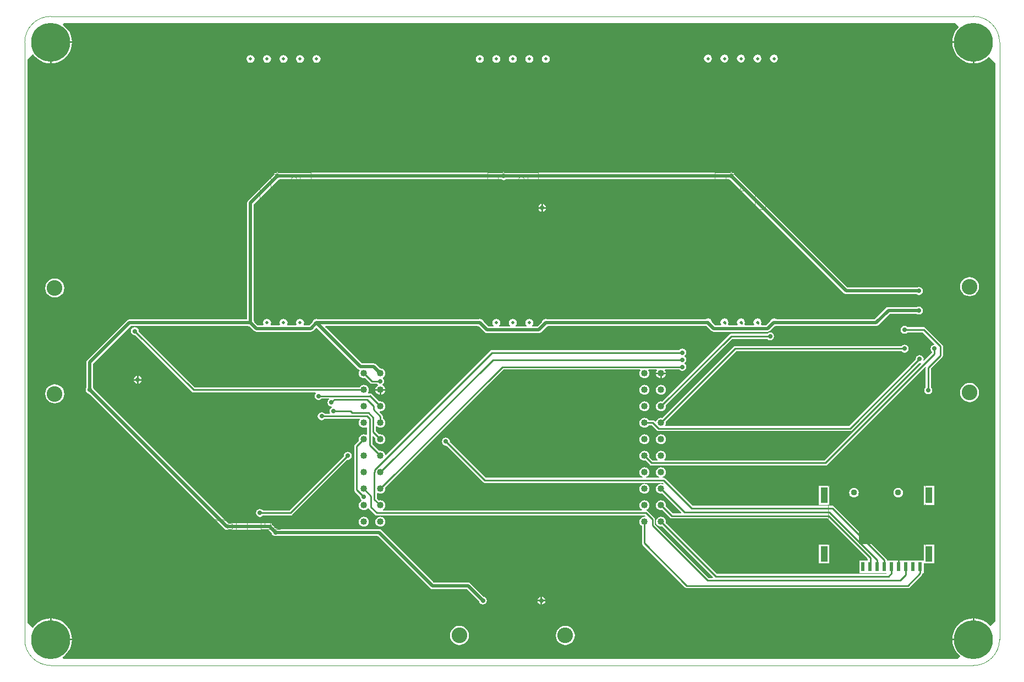
<source format=gtl>
G04*
G04 #@! TF.GenerationSoftware,Altium Limited,Altium Designer,19.1.8 (144)*
G04*
G04 Layer_Physical_Order=1*
G04 Layer_Color=255*
%FSLAX25Y25*%
%MOIN*%
G70*
G01*
G75*
%ADD10C,0.01000*%
%ADD13C,0.00394*%
%ADD14R,0.40158X0.15945*%
%ADD15C,0.00197*%
%ADD16R,0.02441X0.05512*%
%ADD17R,0.04331X0.09449*%
%ADD26C,0.01968*%
%ADD27C,0.04016*%
%ADD28C,0.01968*%
%ADD29C,0.02756*%
%ADD30C,0.09488*%
%ADD31C,0.23622*%
%ADD32C,0.03740*%
G36*
X665457Y696693D02*
X665438Y696193D01*
X665323Y696095D01*
X664013Y694561D01*
X662959Y692842D01*
X662188Y690979D01*
X661717Y689018D01*
X661598Y687508D01*
X674409D01*
Y687008D01*
X674909D01*
Y674197D01*
X676420Y674315D01*
X678380Y674786D01*
X680243Y675558D01*
X681963Y676612D01*
X683496Y677921D01*
X683595Y678036D01*
X684094Y678056D01*
X687795Y674355D01*
X687795Y336166D01*
X684689Y333059D01*
X684189Y333079D01*
X683496Y333890D01*
X681963Y335199D01*
X680243Y336253D01*
X678380Y337025D01*
X676420Y337496D01*
X674909Y337614D01*
Y324803D01*
X674409D01*
Y324303D01*
X661598D01*
X661717Y322793D01*
X662188Y320832D01*
X662959Y318969D01*
X664013Y317250D01*
X665323Y315716D01*
X666134Y315024D01*
X666153Y314524D01*
X664567Y312937D01*
X123228D01*
X122481Y313685D01*
X122540Y314181D01*
X122908Y314407D01*
X124441Y315716D01*
X125751Y317250D01*
X126804Y318969D01*
X127576Y320832D01*
X128047Y322793D01*
X128166Y324303D01*
X115354D01*
Y324803D01*
X114854D01*
Y337614D01*
X113344Y337496D01*
X111383Y337025D01*
X109520Y336253D01*
X107801Y335199D01*
X106268Y333890D01*
X104958Y332357D01*
X104733Y331989D01*
X104236Y331930D01*
X101181Y334985D01*
Y676323D01*
X104427Y679569D01*
X104847Y679520D01*
X104986Y679421D01*
X106268Y677921D01*
X107801Y676612D01*
X109520Y675558D01*
X111383Y674786D01*
X113344Y674315D01*
X114854Y674197D01*
Y687008D01*
X115354D01*
Y687508D01*
X128166D01*
X128047Y689018D01*
X127576Y690979D01*
X126804Y692842D01*
X125751Y694561D01*
X124441Y696095D01*
X122941Y697376D01*
X122843Y697515D01*
X122793Y697935D01*
X123622Y698764D01*
X663386D01*
X665457Y696693D01*
D02*
G37*
%LPC*%
G36*
X553543Y679590D02*
X552615Y679405D01*
X551829Y678880D01*
X551303Y678093D01*
X551119Y677165D01*
X551303Y676237D01*
X551829Y675451D01*
X552615Y674925D01*
X553543Y674741D01*
X554471Y674925D01*
X555258Y675451D01*
X555783Y676237D01*
X555968Y677165D01*
X555783Y678093D01*
X555258Y678880D01*
X554471Y679405D01*
X553543Y679590D01*
D02*
G37*
G36*
X543543D02*
X542616Y679405D01*
X541829Y678880D01*
X541303Y678093D01*
X541119Y677165D01*
X541303Y676237D01*
X541829Y675451D01*
X542616Y674925D01*
X543543Y674741D01*
X544471Y674925D01*
X545258Y675451D01*
X545783Y676237D01*
X545968Y677165D01*
X545783Y678093D01*
X545258Y678880D01*
X544471Y679405D01*
X543543Y679590D01*
D02*
G37*
G36*
X533543D02*
X532616Y679405D01*
X531829Y678880D01*
X531303Y678093D01*
X531119Y677165D01*
X531303Y676237D01*
X531829Y675451D01*
X532616Y674925D01*
X533543Y674741D01*
X534471Y674925D01*
X535258Y675451D01*
X535783Y676237D01*
X535968Y677165D01*
X535783Y678093D01*
X535258Y678880D01*
X534471Y679405D01*
X533543Y679590D01*
D02*
G37*
G36*
X523543D02*
X522615Y679405D01*
X521829Y678880D01*
X521303Y678093D01*
X521119Y677165D01*
X521303Y676237D01*
X521829Y675451D01*
X522615Y674925D01*
X523543Y674741D01*
X524471Y674925D01*
X525258Y675451D01*
X525783Y676237D01*
X525968Y677165D01*
X525783Y678093D01*
X525258Y678880D01*
X524471Y679405D01*
X523543Y679590D01*
D02*
G37*
G36*
X513543D02*
X512615Y679405D01*
X511829Y678880D01*
X511303Y678093D01*
X511119Y677165D01*
X511303Y676237D01*
X511829Y675451D01*
X512615Y674925D01*
X513543Y674741D01*
X514471Y674925D01*
X515258Y675451D01*
X515783Y676237D01*
X515968Y677165D01*
X515783Y678093D01*
X515258Y678880D01*
X514471Y679405D01*
X513543Y679590D01*
D02*
G37*
G36*
X415354Y679354D02*
X414427Y679169D01*
X413640Y678644D01*
X413114Y677857D01*
X412930Y676929D01*
X413114Y676001D01*
X413640Y675215D01*
X414427Y674689D01*
X415354Y674505D01*
X416282Y674689D01*
X417069Y675215D01*
X417594Y676001D01*
X417779Y676929D01*
X417594Y677857D01*
X417069Y678644D01*
X416282Y679169D01*
X415354Y679354D01*
D02*
G37*
G36*
X405354D02*
X404426Y679169D01*
X403640Y678644D01*
X403114Y677857D01*
X402930Y676929D01*
X403114Y676001D01*
X403640Y675215D01*
X404426Y674689D01*
X405354Y674505D01*
X406282Y674689D01*
X407069Y675215D01*
X407594Y676001D01*
X407779Y676929D01*
X407594Y677857D01*
X407069Y678644D01*
X406282Y679169D01*
X405354Y679354D01*
D02*
G37*
G36*
X395354D02*
X394426Y679169D01*
X393640Y678644D01*
X393114Y677857D01*
X392930Y676929D01*
X393114Y676001D01*
X393640Y675215D01*
X394426Y674689D01*
X395354Y674505D01*
X396282Y674689D01*
X397069Y675215D01*
X397594Y676001D01*
X397779Y676929D01*
X397594Y677857D01*
X397069Y678644D01*
X396282Y679169D01*
X395354Y679354D01*
D02*
G37*
G36*
X385354D02*
X384426Y679169D01*
X383640Y678644D01*
X383114Y677857D01*
X382930Y676929D01*
X383114Y676001D01*
X383640Y675215D01*
X384426Y674689D01*
X385354Y674505D01*
X386282Y674689D01*
X387069Y675215D01*
X387594Y676001D01*
X387779Y676929D01*
X387594Y677857D01*
X387069Y678644D01*
X386282Y679169D01*
X385354Y679354D01*
D02*
G37*
G36*
X375354D02*
X374427Y679169D01*
X373640Y678644D01*
X373114Y677857D01*
X372930Y676929D01*
X373114Y676001D01*
X373640Y675215D01*
X374427Y674689D01*
X375354Y674505D01*
X376282Y674689D01*
X377069Y675215D01*
X377594Y676001D01*
X377779Y676929D01*
X377594Y677857D01*
X377069Y678644D01*
X376282Y679169D01*
X375354Y679354D01*
D02*
G37*
G36*
X276378D02*
X275450Y679169D01*
X274663Y678644D01*
X274138Y677857D01*
X273953Y676929D01*
X274138Y676001D01*
X274663Y675215D01*
X275450Y674689D01*
X276378Y674505D01*
X277306Y674689D01*
X278092Y675215D01*
X278618Y676001D01*
X278802Y676929D01*
X278618Y677857D01*
X278092Y678644D01*
X277306Y679169D01*
X276378Y679354D01*
D02*
G37*
G36*
X266378D02*
X265450Y679169D01*
X264664Y678644D01*
X264138Y677857D01*
X263953Y676929D01*
X264138Y676001D01*
X264664Y675215D01*
X265450Y674689D01*
X266378Y674505D01*
X267306Y674689D01*
X268092Y675215D01*
X268618Y676001D01*
X268802Y676929D01*
X268618Y677857D01*
X268092Y678644D01*
X267306Y679169D01*
X266378Y679354D01*
D02*
G37*
G36*
X256378D02*
X255450Y679169D01*
X254663Y678644D01*
X254138Y677857D01*
X253953Y676929D01*
X254138Y676001D01*
X254663Y675215D01*
X255450Y674689D01*
X256378Y674505D01*
X257306Y674689D01*
X258092Y675215D01*
X258618Y676001D01*
X258803Y676929D01*
X258618Y677857D01*
X258092Y678644D01*
X257306Y679169D01*
X256378Y679354D01*
D02*
G37*
G36*
X246378D02*
X245450Y679169D01*
X244664Y678644D01*
X244138Y677857D01*
X243953Y676929D01*
X244138Y676001D01*
X244664Y675215D01*
X245450Y674689D01*
X246378Y674505D01*
X247306Y674689D01*
X248092Y675215D01*
X248618Y676001D01*
X248802Y676929D01*
X248618Y677857D01*
X248092Y678644D01*
X247306Y679169D01*
X246378Y679354D01*
D02*
G37*
G36*
X236378D02*
X235450Y679169D01*
X234664Y678644D01*
X234138Y677857D01*
X233953Y676929D01*
X234138Y676001D01*
X234664Y675215D01*
X235450Y674689D01*
X236378Y674505D01*
X237306Y674689D01*
X238092Y675215D01*
X238618Y676001D01*
X238803Y676929D01*
X238618Y677857D01*
X238092Y678644D01*
X237306Y679169D01*
X236378Y679354D01*
D02*
G37*
G36*
X673910Y686508D02*
X661598D01*
X661717Y684998D01*
X662188Y683037D01*
X662959Y681174D01*
X664013Y679455D01*
X665323Y677921D01*
X666856Y676612D01*
X668575Y675558D01*
X670438Y674786D01*
X672399Y674315D01*
X673910Y674197D01*
Y686508D01*
D02*
G37*
G36*
X128166D02*
X115854D01*
Y674197D01*
X117365Y674315D01*
X119325Y674786D01*
X121188Y675558D01*
X122908Y676612D01*
X124441Y677921D01*
X125751Y679455D01*
X126804Y681174D01*
X127576Y683037D01*
X128047Y684998D01*
X128166Y686508D01*
D02*
G37*
G36*
X527559Y608330D02*
X526631Y608146D01*
X526307Y607929D01*
X391016D01*
X390692Y608146D01*
X389764Y608330D01*
X388836Y608146D01*
X388511Y607929D01*
X254008D01*
X253684Y608146D01*
X252756Y608330D01*
X251828Y608146D01*
X251042Y607620D01*
X250516Y606833D01*
X250440Y606451D01*
X234947Y590958D01*
X234509Y590302D01*
X234355Y589528D01*
Y518952D01*
X162992D01*
X162218Y518798D01*
X161562Y518360D01*
X137546Y494344D01*
X137107Y493688D01*
X136953Y492913D01*
Y477630D01*
X136736Y477306D01*
X136552Y476378D01*
X136736Y475450D01*
X137262Y474663D01*
X138049Y474138D01*
X138431Y474062D01*
X220617Y391877D01*
X221273Y391438D01*
X222047Y391284D01*
X247194D01*
X249259Y389219D01*
X249335Y388836D01*
X249860Y388049D01*
X250647Y387524D01*
X251575Y387339D01*
X252503Y387524D01*
X252827Y387741D01*
X313365D01*
X345178Y355928D01*
X345835Y355489D01*
X346609Y355335D01*
X367394D01*
X374849Y347880D01*
X374925Y347497D01*
X375451Y346711D01*
X376238Y346185D01*
X377165Y346001D01*
X378093Y346185D01*
X378880Y346711D01*
X379405Y347497D01*
X379590Y348425D01*
X379405Y349353D01*
X378880Y350140D01*
X378093Y350665D01*
X377710Y350741D01*
X369663Y358789D01*
X369006Y359227D01*
X368232Y359381D01*
X347447D01*
X315634Y391194D01*
X314978Y391633D01*
X314203Y391787D01*
X252827D01*
X252503Y392004D01*
X252120Y392080D01*
X249462Y394738D01*
X248806Y395176D01*
X248031Y395330D01*
X222885D01*
X141293Y476923D01*
X141216Y477306D01*
X140999Y477630D01*
Y492075D01*
X163830Y514906D01*
X235126D01*
X235450Y514689D01*
X235833Y514613D01*
X238491Y511955D01*
X239147Y511517D01*
X239921Y511363D01*
X272835D01*
X273609Y511517D01*
X274265Y511955D01*
X276378Y514068D01*
X301664Y488782D01*
X302272Y488376D01*
X302376Y488241D01*
X302515Y487872D01*
X302412Y487737D01*
X302109Y487006D01*
X302006Y486221D01*
X302109Y485435D01*
X302412Y484704D01*
X302894Y484075D01*
X303522Y483593D01*
X304254Y483290D01*
X305039Y483187D01*
X305809Y483288D01*
X308722Y480375D01*
X309218Y480044D01*
X309803Y479927D01*
X310001Y479967D01*
X313123D01*
X313246Y479782D01*
X313715Y479469D01*
X313659Y478904D01*
X313523Y478848D01*
X312894Y478366D01*
X312412Y477737D01*
X312109Y477006D01*
X312071Y476721D01*
X315039D01*
X318007D01*
X317970Y477006D01*
X317667Y477737D01*
X317185Y478366D01*
X316556Y478848D01*
X316322Y478945D01*
X316267Y479509D01*
X316675Y479782D01*
X317201Y480568D01*
X317385Y481496D01*
X317201Y482424D01*
X316732Y483125D01*
X316683Y483257D01*
X316764Y483752D01*
X317185Y484075D01*
X317667Y484704D01*
X317970Y485435D01*
X318073Y486221D01*
X317970Y487006D01*
X317667Y487737D01*
X317185Y488366D01*
X316556Y488848D01*
X315825Y489151D01*
X315039Y489254D01*
X314887Y489234D01*
X312478Y491643D01*
X311822Y492082D01*
X311047Y492236D01*
X303932D01*
X281724Y514444D01*
X281915Y514906D01*
X374102D01*
X374427Y514689D01*
X374809Y514613D01*
X378255Y511168D01*
X378911Y510729D01*
X379685Y510575D01*
X411024D01*
X411798Y510729D01*
X412454Y511168D01*
X415899Y514613D01*
X416282Y514689D01*
X416607Y514906D01*
X512627D01*
X515577Y511955D01*
X516234Y511517D01*
X517008Y511363D01*
X549606D01*
X550381Y511517D01*
X551037Y511955D01*
X553892Y514810D01*
X554374Y514906D01*
X615354D01*
X616128Y515060D01*
X616785Y515499D01*
X623673Y522386D01*
X640086D01*
X640411Y522169D01*
X641339Y521985D01*
X642266Y522169D01*
X643053Y522695D01*
X643579Y523482D01*
X643763Y524409D01*
X643579Y525337D01*
X643053Y526124D01*
X642266Y526649D01*
X641339Y526834D01*
X640411Y526649D01*
X640086Y526433D01*
X622835D01*
X622060Y526279D01*
X621404Y525840D01*
X614516Y518952D01*
X555149D01*
X554471Y519405D01*
X553543Y519590D01*
X552615Y519405D01*
X551829Y518880D01*
X551303Y518093D01*
X551266Y517907D01*
X548768Y515409D01*
X545831D01*
X545564Y515909D01*
X545783Y516237D01*
X545968Y517165D01*
X545783Y518093D01*
X545258Y518880D01*
X544471Y519405D01*
X543543Y519590D01*
X542616Y519405D01*
X541829Y518880D01*
X541303Y518093D01*
X541119Y517165D01*
X541303Y516237D01*
X541523Y515909D01*
X541256Y515409D01*
X535831D01*
X535564Y515909D01*
X535783Y516237D01*
X535968Y517165D01*
X535783Y518093D01*
X535258Y518880D01*
X534471Y519405D01*
X533543Y519590D01*
X532616Y519405D01*
X531829Y518880D01*
X531303Y518093D01*
X531119Y517165D01*
X531303Y516237D01*
X531523Y515909D01*
X531256Y515409D01*
X525831D01*
X525564Y515909D01*
X525783Y516237D01*
X525968Y517165D01*
X525783Y518093D01*
X525258Y518880D01*
X524471Y519405D01*
X523543Y519590D01*
X522615Y519405D01*
X521829Y518880D01*
X521303Y518093D01*
X521119Y517165D01*
X521303Y516237D01*
X521523Y515909D01*
X521256Y515409D01*
X517846D01*
X515938Y517317D01*
X515783Y518093D01*
X515258Y518880D01*
X514471Y519405D01*
X513543Y519590D01*
X512615Y519405D01*
X511937Y518952D01*
X416607D01*
X416282Y519169D01*
X415354Y519354D01*
X414427Y519169D01*
X413640Y518644D01*
X413114Y517857D01*
X413038Y517474D01*
X410186Y514622D01*
X407081D01*
X406929Y515122D01*
X407069Y515215D01*
X407594Y516001D01*
X407779Y516929D01*
X407594Y517857D01*
X407069Y518644D01*
X406282Y519169D01*
X405354Y519354D01*
X404426Y519169D01*
X403640Y518644D01*
X403114Y517857D01*
X402930Y516929D01*
X403114Y516001D01*
X403640Y515215D01*
X403779Y515122D01*
X403628Y514622D01*
X397081D01*
X396929Y515122D01*
X397069Y515215D01*
X397594Y516001D01*
X397779Y516929D01*
X397594Y517857D01*
X397069Y518644D01*
X396282Y519169D01*
X395354Y519354D01*
X394426Y519169D01*
X393640Y518644D01*
X393114Y517857D01*
X392930Y516929D01*
X393114Y516001D01*
X393640Y515215D01*
X393779Y515122D01*
X393628Y514622D01*
X387081D01*
X386929Y515122D01*
X387069Y515215D01*
X387594Y516001D01*
X387779Y516929D01*
X387594Y517857D01*
X387069Y518644D01*
X386282Y519169D01*
X385354Y519354D01*
X384426Y519169D01*
X383640Y518644D01*
X383114Y517857D01*
X382930Y516929D01*
X383114Y516001D01*
X383640Y515215D01*
X383779Y515122D01*
X383628Y514622D01*
X380523D01*
X377671Y517474D01*
X377594Y517857D01*
X377069Y518644D01*
X376282Y519169D01*
X375354Y519354D01*
X374427Y519169D01*
X374102Y518952D01*
X277630D01*
X277306Y519169D01*
X276378Y519354D01*
X275450Y519169D01*
X274663Y518644D01*
X274138Y517857D01*
X274062Y517474D01*
X271997Y515409D01*
X268753D01*
X268517Y515850D01*
X268618Y516001D01*
X268802Y516929D01*
X268618Y517857D01*
X268092Y518644D01*
X267306Y519169D01*
X266378Y519354D01*
X265450Y519169D01*
X264664Y518644D01*
X264138Y517857D01*
X263953Y516929D01*
X264138Y516001D01*
X264239Y515850D01*
X264003Y515409D01*
X258752D01*
X258517Y515850D01*
X258618Y516001D01*
X258803Y516929D01*
X258618Y517857D01*
X258092Y518644D01*
X257306Y519169D01*
X256378Y519354D01*
X255450Y519169D01*
X254663Y518644D01*
X254138Y517857D01*
X253953Y516929D01*
X254138Y516001D01*
X254239Y515850D01*
X254003Y515409D01*
X248752D01*
X248517Y515850D01*
X248618Y516001D01*
X248802Y516929D01*
X248618Y517857D01*
X248092Y518644D01*
X247306Y519169D01*
X246378Y519354D01*
X245450Y519169D01*
X244664Y518644D01*
X244138Y517857D01*
X243953Y516929D01*
X244138Y516001D01*
X244239Y515850D01*
X244003Y515409D01*
X240759D01*
X238694Y517474D01*
X238618Y517857D01*
X238401Y518182D01*
Y588690D01*
X253301Y603589D01*
X253684Y603665D01*
X254008Y603882D01*
X388511D01*
X388836Y603665D01*
X389764Y603481D01*
X390692Y603665D01*
X391016Y603882D01*
X526307D01*
X526631Y603665D01*
X527014Y603589D01*
X595814Y534790D01*
X596470Y534351D01*
X597244Y534197D01*
X640086D01*
X640411Y533981D01*
X641339Y533796D01*
X642266Y533981D01*
X643053Y534506D01*
X643579Y535293D01*
X643763Y536221D01*
X643579Y537148D01*
X643053Y537935D01*
X642266Y538460D01*
X641339Y538645D01*
X640411Y538460D01*
X640086Y538244D01*
X598082D01*
X529875Y606451D01*
X529799Y606833D01*
X529274Y607620D01*
X528487Y608146D01*
X527559Y608330D01*
D02*
G37*
G36*
X413492Y588939D02*
Y587114D01*
X415317D01*
X415232Y587542D01*
X414707Y588329D01*
X413920Y588854D01*
X413492Y588939D01*
D02*
G37*
G36*
X412492D02*
X412064Y588854D01*
X411278Y588329D01*
X410752Y587542D01*
X410667Y587114D01*
X412492D01*
Y588939D01*
D02*
G37*
G36*
X415317Y586114D02*
X413492D01*
Y584289D01*
X413920Y584374D01*
X414707Y584900D01*
X415232Y585686D01*
X415317Y586114D01*
D02*
G37*
G36*
X412492D02*
X410667D01*
X410752Y585686D01*
X411278Y584900D01*
X412064Y584374D01*
X412492Y584289D01*
Y586114D01*
D02*
G37*
G36*
X671969Y544573D02*
X670469Y544376D01*
X669072Y543797D01*
X667872Y542876D01*
X666951Y541676D01*
X666372Y540279D01*
X666175Y538779D01*
X666372Y537280D01*
X666951Y535883D01*
X667872Y534683D01*
X669072Y533762D01*
X670469Y533183D01*
X671969Y532986D01*
X673468Y533183D01*
X674865Y533762D01*
X676065Y534683D01*
X676986Y535883D01*
X677565Y537280D01*
X677762Y538779D01*
X677565Y540279D01*
X676986Y541676D01*
X676065Y542876D01*
X674865Y543797D01*
X673468Y544376D01*
X671969Y544573D01*
D02*
G37*
G36*
X117795Y543786D02*
X116296Y543588D01*
X114899Y543010D01*
X113698Y542089D01*
X112778Y540889D01*
X112199Y539492D01*
X112002Y537992D01*
X112199Y536493D01*
X112778Y535095D01*
X113698Y533895D01*
X114899Y532975D01*
X116296Y532396D01*
X117795Y532198D01*
X119295Y532396D01*
X120692Y532975D01*
X121892Y533895D01*
X122813Y535095D01*
X123391Y536493D01*
X123589Y537992D01*
X123391Y539492D01*
X122813Y540889D01*
X121892Y542089D01*
X120692Y543010D01*
X119295Y543588D01*
X117795Y543786D01*
D02*
G37*
G36*
X551181Y511086D02*
X550253Y510901D01*
X549467Y510376D01*
X549343Y510191D01*
X527480D01*
X526895Y510074D01*
X526399Y509743D01*
X485809Y469153D01*
X485039Y469254D01*
X484254Y469151D01*
X483523Y468848D01*
X482894Y468366D01*
X482412Y467737D01*
X482109Y467006D01*
X482006Y466221D01*
X482109Y465435D01*
X482412Y464704D01*
X482894Y464075D01*
X483523Y463593D01*
X484254Y463290D01*
X485039Y463187D01*
X485825Y463290D01*
X486556Y463593D01*
X487185Y464075D01*
X487667Y464704D01*
X487970Y465435D01*
X488073Y466221D01*
X487972Y466990D01*
X528114Y507132D01*
X549343D01*
X549467Y506947D01*
X550253Y506421D01*
X551181Y506237D01*
X552109Y506421D01*
X552895Y506947D01*
X553421Y507734D01*
X553606Y508661D01*
X553421Y509589D01*
X552895Y510376D01*
X552109Y510901D01*
X551181Y511086D01*
D02*
G37*
G36*
X632677Y515121D02*
X631749Y514937D01*
X630963Y514411D01*
X630437Y513625D01*
X630253Y512697D01*
X630437Y511769D01*
X630963Y510982D01*
X631749Y510457D01*
X632677Y510272D01*
X633605Y510457D01*
X634392Y510982D01*
X634515Y511167D01*
X643658D01*
X650739Y504086D01*
X650558Y503560D01*
X649860Y503421D01*
X649073Y502895D01*
X648547Y502109D01*
X648363Y501181D01*
X648547Y500253D01*
X649073Y499467D01*
X649258Y499343D01*
Y498665D01*
X644466Y493873D01*
X644005Y494119D01*
X644157Y494882D01*
X643972Y495810D01*
X643447Y496596D01*
X642660Y497122D01*
X641732Y497306D01*
X640804Y497122D01*
X640018Y496596D01*
X639492Y495810D01*
X639308Y494882D01*
X639351Y494664D01*
X598930Y454242D01*
X487878D01*
X487810Y454379D01*
X487683Y454742D01*
X487970Y455435D01*
X488073Y456220D01*
X487972Y456990D01*
X530633Y499652D01*
X630839D01*
X630963Y499467D01*
X631749Y498941D01*
X632677Y498757D01*
X633605Y498941D01*
X634392Y499467D01*
X634917Y500253D01*
X635102Y501181D01*
X634917Y502109D01*
X634392Y502895D01*
X633605Y503421D01*
X632677Y503606D01*
X631749Y503421D01*
X630963Y502895D01*
X630839Y502710D01*
X530000D01*
X529415Y502594D01*
X528919Y502262D01*
X485809Y459153D01*
X485039Y459254D01*
X484254Y459151D01*
X483523Y458848D01*
X482894Y458366D01*
X482412Y457737D01*
X482125Y457044D01*
X481778Y456878D01*
X481633Y456828D01*
X481160Y457302D01*
X480664Y457633D01*
X480079Y457750D01*
X477657D01*
X477185Y458366D01*
X476556Y458848D01*
X475825Y459151D01*
X475039Y459254D01*
X474254Y459151D01*
X473523Y458848D01*
X472894Y458366D01*
X472412Y457737D01*
X472109Y457006D01*
X472006Y456220D01*
X472109Y455435D01*
X472412Y454704D01*
X472894Y454075D01*
X473523Y453593D01*
X474254Y453290D01*
X475039Y453187D01*
X475825Y453290D01*
X476556Y453593D01*
X477185Y454075D01*
X477657Y454691D01*
X479445D01*
X482505Y451631D01*
X483001Y451300D01*
X483586Y451183D01*
X599563D01*
X600148Y451300D01*
X600644Y451631D01*
X641514Y492501D01*
X641732Y492457D01*
X642495Y492609D01*
X642741Y492148D01*
X584012Y433419D01*
X487151D01*
X486981Y433919D01*
X487185Y434075D01*
X487667Y434704D01*
X487970Y435435D01*
X488073Y436221D01*
X487970Y437006D01*
X487667Y437737D01*
X487185Y438366D01*
X486556Y438848D01*
X485825Y439151D01*
X485039Y439254D01*
X484254Y439151D01*
X483523Y438848D01*
X482894Y438366D01*
X482412Y437737D01*
X482109Y437006D01*
X482006Y436221D01*
X482109Y435435D01*
X482412Y434704D01*
X482894Y434075D01*
X483098Y433919D01*
X482928Y433419D01*
X480004D01*
X477972Y435451D01*
X478073Y436221D01*
X477970Y437006D01*
X477667Y437737D01*
X477185Y438366D01*
X476556Y438848D01*
X475825Y439151D01*
X475039Y439254D01*
X474254Y439151D01*
X473523Y438848D01*
X472894Y438366D01*
X472412Y437737D01*
X472109Y437006D01*
X472006Y436221D01*
X472109Y435435D01*
X472412Y434704D01*
X472894Y434075D01*
X473523Y433593D01*
X474254Y433290D01*
X475039Y433187D01*
X475809Y433288D01*
X478289Y430808D01*
X478785Y430477D01*
X479370Y430360D01*
X584646D01*
X585231Y430477D01*
X585727Y430808D01*
X645015Y490096D01*
X645476Y489850D01*
X645419Y489567D01*
Y477822D01*
X645234Y477699D01*
X644709Y476912D01*
X644524Y475984D01*
X644709Y475056D01*
X645234Y474270D01*
X646021Y473744D01*
X646949Y473560D01*
X647877Y473744D01*
X648663Y474270D01*
X649189Y475056D01*
X649373Y475984D01*
X649189Y476912D01*
X648663Y477699D01*
X648478Y477822D01*
Y488933D01*
X655412Y495867D01*
X655744Y496364D01*
X655860Y496949D01*
Y502658D01*
X655744Y503243D01*
X655412Y503739D01*
X645373Y513778D01*
X644877Y514110D01*
X644291Y514226D01*
X634515D01*
X634392Y514411D01*
X633605Y514937D01*
X632677Y515121D01*
D02*
G37*
G36*
X166339Y514236D02*
X165411Y514051D01*
X164624Y513525D01*
X164099Y512739D01*
X163914Y511811D01*
X164099Y510883D01*
X164624Y510097D01*
X165411Y509571D01*
X166339Y509386D01*
X166557Y509430D01*
X200848Y475139D01*
X201344Y474808D01*
X201929Y474691D01*
X275746D01*
X275898Y474191D01*
X275845Y474155D01*
X275319Y473369D01*
X275134Y472441D01*
X275319Y471513D01*
X275845Y470726D01*
X276631Y470201D01*
X277559Y470016D01*
X278487Y470201D01*
X279274Y470726D01*
X279397Y470912D01*
X283856D01*
X284008Y470411D01*
X283719Y470218D01*
X283193Y469432D01*
X283009Y468504D01*
X283193Y467576D01*
X283719Y466789D01*
X284505Y466264D01*
X285433Y466079D01*
X285576Y466108D01*
X285686Y465626D01*
X284900Y465100D01*
X284374Y464314D01*
X284190Y463386D01*
X284374Y462458D01*
X284542Y462207D01*
X284307Y461766D01*
X281366D01*
X281242Y461951D01*
X280455Y462476D01*
X279528Y462661D01*
X278600Y462476D01*
X277813Y461951D01*
X277288Y461164D01*
X277103Y460236D01*
X277288Y459308D01*
X277813Y458522D01*
X278600Y457996D01*
X279528Y457812D01*
X280455Y457996D01*
X281242Y458522D01*
X281366Y458707D01*
X302561D01*
X302772Y458207D01*
X302412Y457737D01*
X302109Y457006D01*
X302006Y456220D01*
X302109Y455435D01*
X302412Y454704D01*
X302894Y454075D01*
X303522Y453593D01*
X304254Y453290D01*
X305039Y453187D01*
X305825Y453290D01*
X306556Y453593D01*
X306684Y453691D01*
X307132Y453470D01*
Y448971D01*
X306684Y448750D01*
X306556Y448848D01*
X305825Y449151D01*
X305039Y449254D01*
X304254Y449151D01*
X303522Y448848D01*
X302894Y448366D01*
X302412Y447737D01*
X302109Y447006D01*
X302006Y446220D01*
X302107Y445451D01*
X299706Y443050D01*
X299374Y442554D01*
X299258Y441968D01*
Y415512D01*
X299374Y414926D01*
X299706Y414430D01*
X302698Y411438D01*
X302694Y411417D01*
X302878Y410490D01*
X303404Y409703D01*
X303739Y409479D01*
X303684Y408915D01*
X303522Y408848D01*
X302894Y408366D01*
X302412Y407737D01*
X302109Y407006D01*
X302006Y406220D01*
X302109Y405435D01*
X302412Y404704D01*
X302894Y404075D01*
X303522Y403593D01*
X304254Y403290D01*
X305039Y403187D01*
X305825Y403290D01*
X306556Y403593D01*
X307185Y404075D01*
X307528Y404523D01*
X307750Y404527D01*
X308081Y404465D01*
X308081Y404465D01*
X308367Y404037D01*
X311911Y400493D01*
X312407Y400162D01*
X312992Y400045D01*
X475351Y400045D01*
X475728Y399668D01*
X475495Y399194D01*
X475039Y399254D01*
X474254Y399151D01*
X473523Y398848D01*
X472894Y398366D01*
X472412Y397737D01*
X472109Y397006D01*
X472006Y396220D01*
X472109Y395435D01*
X472412Y394704D01*
X472894Y394075D01*
X473510Y393603D01*
Y383228D01*
X473626Y382643D01*
X473958Y382147D01*
X499706Y356399D01*
X500202Y356067D01*
X500787Y355951D01*
X634646D01*
X635231Y356067D01*
X635727Y356399D01*
X643109Y363781D01*
X643440Y364277D01*
X643557Y364862D01*
Y365142D01*
X644248D01*
Y370559D01*
X644276Y371047D01*
X644748Y371047D01*
X650606D01*
Y382496D01*
X644276D01*
Y373142D01*
X644248Y372654D01*
X643776Y372654D01*
X629535D01*
Y368898D01*
X628535D01*
Y372654D01*
X621903D01*
Y372933D01*
X621787Y373518D01*
X621455Y374014D01*
X590058Y405412D01*
X589562Y405744D01*
X588976Y405860D01*
X504374Y405860D01*
X487794Y422440D01*
X487298Y422771D01*
X486713Y422888D01*
X486160D01*
X486060Y423388D01*
X486556Y423593D01*
X487185Y424075D01*
X487667Y424704D01*
X487970Y425435D01*
X488073Y426221D01*
X487970Y427006D01*
X487667Y427737D01*
X487185Y428366D01*
X486556Y428848D01*
X485825Y429151D01*
X485039Y429254D01*
X484254Y429151D01*
X483523Y428848D01*
X482894Y428366D01*
X482412Y427737D01*
X482109Y427006D01*
X482006Y426221D01*
X482109Y425435D01*
X482412Y424704D01*
X482894Y424075D01*
X483523Y423593D01*
X484018Y423388D01*
X483919Y422888D01*
X476160D01*
X476060Y423388D01*
X476556Y423593D01*
X477185Y424075D01*
X477667Y424704D01*
X477970Y425435D01*
X478073Y426221D01*
X477970Y427006D01*
X477667Y427737D01*
X477185Y428366D01*
X476556Y428848D01*
X475825Y429151D01*
X475039Y429254D01*
X474254Y429151D01*
X473523Y428848D01*
X472894Y428366D01*
X472412Y427737D01*
X472109Y427006D01*
X472006Y426221D01*
X472109Y425435D01*
X472412Y424704D01*
X472894Y424075D01*
X473523Y423593D01*
X474018Y423388D01*
X473919Y422888D01*
X378882Y422888D01*
X357105Y444664D01*
X357149Y444882D01*
X356964Y445810D01*
X356439Y446596D01*
X355652Y447122D01*
X354724Y447306D01*
X353797Y447122D01*
X353010Y446596D01*
X352484Y445810D01*
X352300Y444882D01*
X352484Y443954D01*
X353010Y443167D01*
X353797Y442642D01*
X354724Y442457D01*
X354943Y442501D01*
X377167Y420277D01*
X377663Y419945D01*
X378248Y419829D01*
X486079Y419829D01*
X486493Y419415D01*
X486209Y418992D01*
X485825Y419151D01*
X485039Y419254D01*
X484254Y419151D01*
X483523Y418848D01*
X482894Y418366D01*
X482412Y417737D01*
X482109Y417006D01*
X482006Y416221D01*
X482109Y415435D01*
X482412Y414704D01*
X482894Y414075D01*
X483523Y413593D01*
X484254Y413290D01*
X485039Y413187D01*
X485809Y413288D01*
X497377Y401720D01*
X497186Y401258D01*
X492165D01*
X487972Y405451D01*
X488073Y406220D01*
X487970Y407006D01*
X487667Y407737D01*
X487185Y408366D01*
X486556Y408848D01*
X485825Y409151D01*
X485039Y409254D01*
X484254Y409151D01*
X483523Y408848D01*
X482894Y408366D01*
X482412Y407737D01*
X482109Y407006D01*
X482006Y406220D01*
X482109Y405435D01*
X482412Y404704D01*
X482894Y404075D01*
X483523Y403593D01*
X484254Y403290D01*
X485039Y403187D01*
X485809Y403288D01*
X490450Y398647D01*
X490946Y398315D01*
X491532Y398199D01*
X585859Y398199D01*
X610282Y373776D01*
Y372654D01*
X605161D01*
Y365142D01*
X621703D01*
X621966Y364642D01*
X621884Y364522D01*
X518901D01*
X487972Y395451D01*
X488073Y396220D01*
X487970Y397006D01*
X487667Y397737D01*
X487185Y398366D01*
X486556Y398848D01*
X485825Y399151D01*
X485039Y399254D01*
X484254Y399151D01*
X483523Y398848D01*
X482894Y398366D01*
X482412Y397737D01*
X482109Y397006D01*
X482006Y396220D01*
X482109Y395435D01*
X482412Y394704D01*
X482894Y394075D01*
X483523Y393593D01*
X484254Y393290D01*
X485039Y393187D01*
X485809Y393288D01*
X516476Y362621D01*
X516284Y362159D01*
X514019D01*
X481451Y394728D01*
Y397638D01*
X481334Y398223D01*
X481003Y398719D01*
X477066Y402656D01*
X476570Y402988D01*
X476456Y403010D01*
X476405Y403530D01*
X476556Y403593D01*
X477185Y404075D01*
X477667Y404704D01*
X477970Y405435D01*
X478073Y406220D01*
X477970Y407006D01*
X477667Y407737D01*
X477185Y408366D01*
X476556Y408848D01*
X475825Y409151D01*
X475039Y409254D01*
X474254Y409151D01*
X473523Y408848D01*
X472894Y408366D01*
X472412Y407737D01*
X472109Y407006D01*
X472006Y406220D01*
X472109Y405435D01*
X472412Y404704D01*
X472894Y404075D01*
X473508Y403604D01*
X473513Y403557D01*
X473396Y403104D01*
X316683Y403104D01*
X316566Y403557D01*
X316571Y403604D01*
X317185Y404075D01*
X317667Y404704D01*
X317970Y405435D01*
X318073Y406220D01*
X317970Y407006D01*
X317667Y407737D01*
X317185Y408366D01*
X316556Y408848D01*
X315825Y409151D01*
X315039Y409254D01*
X314270Y409153D01*
X312978Y410444D01*
Y412639D01*
X312947Y412798D01*
Y413470D01*
X313395Y413691D01*
X313523Y413593D01*
X314254Y413290D01*
X315039Y413187D01*
X315825Y413290D01*
X316556Y413593D01*
X317185Y414075D01*
X317667Y414704D01*
X317970Y415435D01*
X318073Y416221D01*
X317972Y416990D01*
X389610Y488628D01*
X472465D01*
X472712Y488128D01*
X472412Y487737D01*
X472109Y487006D01*
X472006Y486221D01*
X472109Y485435D01*
X472412Y484704D01*
X472894Y484075D01*
X473523Y483593D01*
X474254Y483290D01*
X475039Y483187D01*
X475825Y483290D01*
X476556Y483593D01*
X477185Y484075D01*
X477667Y484704D01*
X477970Y485435D01*
X478073Y486221D01*
X477970Y487006D01*
X477667Y487737D01*
X477367Y488128D01*
X477613Y488628D01*
X482465D01*
X482712Y488128D01*
X482412Y487737D01*
X482109Y487006D01*
X482071Y486721D01*
X485039D01*
X488007D01*
X487970Y487006D01*
X487667Y487737D01*
X487367Y488128D01*
X487613Y488628D01*
X496194D01*
X496317Y488443D01*
X497104Y487918D01*
X498032Y487733D01*
X498959Y487918D01*
X499746Y488443D01*
X500272Y489230D01*
X500456Y490158D01*
X500272Y491085D01*
X499746Y491872D01*
X499445Y492073D01*
Y492573D01*
X499746Y492774D01*
X500272Y493560D01*
X500456Y494488D01*
X500272Y495416D01*
X499746Y496203D01*
X499445Y496404D01*
Y496904D01*
X499746Y497105D01*
X500272Y497891D01*
X500456Y498819D01*
X500272Y499747D01*
X499746Y500533D01*
X498959Y501059D01*
X498032Y501243D01*
X497104Y501059D01*
X496317Y500533D01*
X496194Y500348D01*
X382677D01*
X382092Y500232D01*
X381595Y499900D01*
X318455Y436759D01*
X317981Y436920D01*
X317970Y437006D01*
X317667Y437737D01*
X317185Y438366D01*
X316556Y438848D01*
X315825Y439151D01*
X315039Y439254D01*
X314270Y439153D01*
X310191Y443232D01*
Y448253D01*
X310653Y448444D01*
X312107Y446990D01*
X312005Y446220D01*
X312109Y445435D01*
X312412Y444704D01*
X312894Y444075D01*
X313523Y443593D01*
X314254Y443290D01*
X315039Y443187D01*
X315825Y443290D01*
X316556Y443593D01*
X317185Y444075D01*
X317667Y444704D01*
X317970Y445435D01*
X318073Y446220D01*
X317970Y447006D01*
X317667Y447737D01*
X317185Y448366D01*
X316556Y448848D01*
X315825Y449151D01*
X315039Y449254D01*
X314270Y449153D01*
X312191Y451232D01*
Y454171D01*
X312691Y454340D01*
X312894Y454075D01*
X313523Y453593D01*
X314254Y453290D01*
X315039Y453187D01*
X315825Y453290D01*
X316556Y453593D01*
X317185Y454075D01*
X317667Y454704D01*
X317970Y455435D01*
X318073Y456220D01*
X317970Y457006D01*
X317667Y457737D01*
X317185Y458366D01*
X316569Y458838D01*
Y460157D01*
X316452Y460743D01*
X316121Y461239D01*
X314622Y462737D01*
X314856Y463211D01*
X315039Y463187D01*
X315825Y463290D01*
X316556Y463593D01*
X317185Y464075D01*
X317667Y464704D01*
X317970Y465435D01*
X318073Y466221D01*
X317970Y467006D01*
X317667Y467737D01*
X317185Y468366D01*
X316556Y468848D01*
X315825Y469151D01*
X315039Y469254D01*
X314270Y469153D01*
X309802Y473621D01*
X309306Y473952D01*
X308720Y474069D01*
X308226Y473970D01*
X307734D01*
X307488Y474470D01*
X307667Y474704D01*
X307970Y475435D01*
X308073Y476221D01*
X307970Y477006D01*
X307667Y477737D01*
X307185Y478366D01*
X306556Y478848D01*
X305825Y479151D01*
X305039Y479254D01*
X304254Y479151D01*
X303522Y478848D01*
X302894Y478366D01*
X302422Y477750D01*
X202563D01*
X168720Y511593D01*
X168763Y511811D01*
X168579Y512739D01*
X168053Y513525D01*
X167266Y514051D01*
X166339Y514236D01*
D02*
G37*
G36*
X488007Y485720D02*
X485539D01*
Y483252D01*
X485825Y483290D01*
X486556Y483593D01*
X487185Y484075D01*
X487667Y484704D01*
X487970Y485435D01*
X488007Y485720D01*
D02*
G37*
G36*
X484539D02*
X482071D01*
X482109Y485435D01*
X482412Y484704D01*
X482894Y484075D01*
X483523Y483593D01*
X484254Y483290D01*
X484539Y483252D01*
Y485720D01*
D02*
G37*
G36*
X168610Y484609D02*
Y482784D01*
X170435D01*
X170350Y483211D01*
X169825Y483998D01*
X169038Y484523D01*
X168610Y484609D01*
D02*
G37*
G36*
X167610D02*
X167182Y484523D01*
X166396Y483998D01*
X165870Y483211D01*
X165785Y482784D01*
X167610D01*
Y484609D01*
D02*
G37*
G36*
X170435Y481783D02*
X168610D01*
Y479958D01*
X169038Y480044D01*
X169825Y480569D01*
X170350Y481356D01*
X170435Y481783D01*
D02*
G37*
G36*
X167610D02*
X165785D01*
X165870Y481356D01*
X166396Y480569D01*
X167182Y480044D01*
X167610Y479958D01*
Y481783D01*
D02*
G37*
G36*
X318007Y475721D02*
X315539D01*
Y473252D01*
X315825Y473290D01*
X316556Y473593D01*
X317185Y474075D01*
X317667Y474704D01*
X317970Y475435D01*
X318007Y475721D01*
D02*
G37*
G36*
X314539D02*
X312071D01*
X312109Y475435D01*
X312412Y474704D01*
X312894Y474075D01*
X313523Y473593D01*
X314254Y473290D01*
X314539Y473252D01*
Y475721D01*
D02*
G37*
G36*
X485039Y479254D02*
X484254Y479151D01*
X483523Y478848D01*
X482894Y478366D01*
X482412Y477737D01*
X482109Y477006D01*
X482006Y476221D01*
X482109Y475435D01*
X482412Y474704D01*
X482894Y474075D01*
X483523Y473593D01*
X484254Y473290D01*
X485039Y473187D01*
X485825Y473290D01*
X486556Y473593D01*
X487185Y474075D01*
X487667Y474704D01*
X487970Y475435D01*
X488073Y476221D01*
X487970Y477006D01*
X487667Y477737D01*
X487185Y478366D01*
X486556Y478848D01*
X485825Y479151D01*
X485039Y479254D01*
D02*
G37*
G36*
X475039D02*
X474254Y479151D01*
X473523Y478848D01*
X472894Y478366D01*
X472412Y477737D01*
X472109Y477006D01*
X472006Y476221D01*
X472109Y475435D01*
X472412Y474704D01*
X472894Y474075D01*
X473523Y473593D01*
X474254Y473290D01*
X475039Y473187D01*
X475825Y473290D01*
X476556Y473593D01*
X477185Y474075D01*
X477667Y474704D01*
X477970Y475435D01*
X478073Y476221D01*
X477970Y477006D01*
X477667Y477737D01*
X477185Y478366D01*
X476556Y478848D01*
X475825Y479151D01*
X475039Y479254D01*
D02*
G37*
G36*
X671969Y480400D02*
X670469Y480202D01*
X669072Y479624D01*
X667872Y478703D01*
X666951Y477503D01*
X666372Y476106D01*
X666175Y474606D01*
X666372Y473107D01*
X666951Y471709D01*
X667872Y470510D01*
X669072Y469589D01*
X670469Y469010D01*
X671969Y468813D01*
X673468Y469010D01*
X674865Y469589D01*
X676065Y470510D01*
X676986Y471709D01*
X677565Y473107D01*
X677762Y474606D01*
X677565Y476106D01*
X676986Y477503D01*
X676065Y478703D01*
X674865Y479624D01*
X673468Y480202D01*
X671969Y480400D01*
D02*
G37*
G36*
X117795Y479613D02*
X116296Y479415D01*
X114899Y478836D01*
X113698Y477916D01*
X112778Y476716D01*
X112199Y475318D01*
X112002Y473819D01*
X112199Y472319D01*
X112778Y470922D01*
X113698Y469722D01*
X114899Y468801D01*
X116296Y468223D01*
X117795Y468025D01*
X119295Y468223D01*
X120692Y468801D01*
X121892Y469722D01*
X122813Y470922D01*
X123391Y472319D01*
X123589Y473819D01*
X123391Y475318D01*
X122813Y476716D01*
X121892Y477916D01*
X120692Y478836D01*
X119295Y479415D01*
X117795Y479613D01*
D02*
G37*
G36*
X475039Y469254D02*
X474254Y469151D01*
X473523Y468848D01*
X472894Y468366D01*
X472412Y467737D01*
X472109Y467006D01*
X472006Y466221D01*
X472109Y465435D01*
X472412Y464704D01*
X472894Y464075D01*
X473523Y463593D01*
X474254Y463290D01*
X475039Y463187D01*
X475825Y463290D01*
X476556Y463593D01*
X477185Y464075D01*
X477667Y464704D01*
X477970Y465435D01*
X478073Y466221D01*
X477970Y467006D01*
X477667Y467737D01*
X477185Y468366D01*
X476556Y468848D01*
X475825Y469151D01*
X475039Y469254D01*
D02*
G37*
G36*
X485039Y449254D02*
X484254Y449151D01*
X483523Y448848D01*
X482894Y448366D01*
X482412Y447737D01*
X482109Y447006D01*
X482006Y446220D01*
X482109Y445435D01*
X482412Y444704D01*
X482894Y444075D01*
X483523Y443593D01*
X484254Y443290D01*
X485039Y443187D01*
X485825Y443290D01*
X486556Y443593D01*
X487185Y444075D01*
X487667Y444704D01*
X487970Y445435D01*
X488073Y446220D01*
X487970Y447006D01*
X487667Y447737D01*
X487185Y448366D01*
X486556Y448848D01*
X485825Y449151D01*
X485039Y449254D01*
D02*
G37*
G36*
X475039D02*
X474254Y449151D01*
X473523Y448848D01*
X472894Y448366D01*
X472412Y447737D01*
X472109Y447006D01*
X472006Y446220D01*
X472109Y445435D01*
X472412Y444704D01*
X472894Y444075D01*
X473523Y443593D01*
X474254Y443290D01*
X475039Y443187D01*
X475825Y443290D01*
X476556Y443593D01*
X477185Y444075D01*
X477667Y444704D01*
X477970Y445435D01*
X478073Y446220D01*
X477970Y447006D01*
X477667Y447737D01*
X477185Y448366D01*
X476556Y448848D01*
X475825Y449151D01*
X475039Y449254D01*
D02*
G37*
G36*
X295276Y438645D02*
X294348Y438460D01*
X293561Y437935D01*
X293036Y437148D01*
X292851Y436221D01*
X292895Y436002D01*
X259996Y403104D01*
X243964D01*
X243840Y403289D01*
X243054Y403815D01*
X242126Y403999D01*
X241198Y403815D01*
X240412Y403289D01*
X239886Y402503D01*
X239701Y401575D01*
X239886Y400647D01*
X240412Y399860D01*
X241198Y399335D01*
X242126Y399150D01*
X243054Y399335D01*
X243840Y399860D01*
X243964Y400045D01*
X260630D01*
X261215Y400162D01*
X261711Y400493D01*
X295057Y433839D01*
X295276Y433796D01*
X296203Y433981D01*
X296990Y434506D01*
X297516Y435293D01*
X297700Y436221D01*
X297516Y437148D01*
X296990Y437935D01*
X296203Y438460D01*
X295276Y438645D01*
D02*
G37*
G36*
X475039Y419254D02*
X474254Y419151D01*
X473523Y418848D01*
X472894Y418366D01*
X472412Y417737D01*
X472109Y417006D01*
X472006Y416221D01*
X472109Y415435D01*
X472412Y414704D01*
X472894Y414075D01*
X473523Y413593D01*
X474254Y413290D01*
X475039Y413187D01*
X475825Y413290D01*
X476556Y413593D01*
X477185Y414075D01*
X477667Y414704D01*
X477970Y415435D01*
X478073Y416221D01*
X477970Y417006D01*
X477667Y417737D01*
X477185Y418366D01*
X476556Y418848D01*
X475825Y419151D01*
X475039Y419254D01*
D02*
G37*
G36*
X628740Y416773D02*
X627991Y416674D01*
X627293Y416385D01*
X626693Y415925D01*
X626233Y415325D01*
X625944Y414627D01*
X625845Y413878D01*
X625944Y413129D01*
X626233Y412430D01*
X626693Y411831D01*
X627293Y411371D01*
X627991Y411082D01*
X628740Y410983D01*
X629489Y411082D01*
X630188Y411371D01*
X630787Y411831D01*
X631247Y412430D01*
X631536Y413129D01*
X631635Y413878D01*
X631536Y414627D01*
X631247Y415325D01*
X630787Y415925D01*
X630188Y416385D01*
X629489Y416674D01*
X628740Y416773D01*
D02*
G37*
G36*
X601968D02*
X601219Y416674D01*
X600521Y416385D01*
X599922Y415925D01*
X599462Y415325D01*
X599172Y414627D01*
X599074Y413878D01*
X599172Y413129D01*
X599462Y412430D01*
X599922Y411831D01*
X600521Y411371D01*
X601219Y411082D01*
X601968Y410983D01*
X602718Y411082D01*
X603416Y411371D01*
X604015Y411831D01*
X604475Y412430D01*
X604765Y413129D01*
X604863Y413878D01*
X604765Y414627D01*
X604475Y415325D01*
X604015Y415925D01*
X603416Y416385D01*
X602718Y416674D01*
X601968Y416773D01*
D02*
G37*
G36*
X650606Y417929D02*
X644276D01*
Y406480D01*
X650606D01*
Y417929D01*
D02*
G37*
G36*
X587024D02*
X580693D01*
Y406480D01*
X587024D01*
Y417929D01*
D02*
G37*
G36*
X315039Y399254D02*
X314254Y399151D01*
X313523Y398848D01*
X312894Y398366D01*
X312412Y397737D01*
X312109Y397006D01*
X312005Y396220D01*
X312109Y395435D01*
X312412Y394704D01*
X312894Y394075D01*
X313523Y393593D01*
X314254Y393290D01*
X315039Y393187D01*
X315825Y393290D01*
X316556Y393593D01*
X317185Y394075D01*
X317667Y394704D01*
X317970Y395435D01*
X318073Y396220D01*
X317970Y397006D01*
X317667Y397737D01*
X317185Y398366D01*
X316556Y398848D01*
X315825Y399151D01*
X315039Y399254D01*
D02*
G37*
G36*
X305039D02*
X304254Y399151D01*
X303522Y398848D01*
X302894Y398366D01*
X302412Y397737D01*
X302109Y397006D01*
X302006Y396220D01*
X302109Y395435D01*
X302412Y394704D01*
X302894Y394075D01*
X303522Y393593D01*
X304254Y393290D01*
X305039Y393187D01*
X305825Y393290D01*
X306556Y393593D01*
X307185Y394075D01*
X307667Y394704D01*
X307970Y395435D01*
X308073Y396220D01*
X307970Y397006D01*
X307667Y397737D01*
X307185Y398366D01*
X306556Y398848D01*
X305825Y399151D01*
X305039Y399254D01*
D02*
G37*
G36*
X587024Y382496D02*
X580693D01*
Y371047D01*
X587024D01*
Y382496D01*
D02*
G37*
G36*
X413098Y350750D02*
Y348925D01*
X414923D01*
X414838Y349353D01*
X414313Y350140D01*
X413526Y350665D01*
X413098Y350750D01*
D02*
G37*
G36*
X412098D02*
X411671Y350665D01*
X410884Y350140D01*
X410358Y349353D01*
X410273Y348925D01*
X412098D01*
Y350750D01*
D02*
G37*
G36*
X414923Y347925D02*
X413098D01*
Y346100D01*
X413526Y346185D01*
X414313Y346711D01*
X414838Y347497D01*
X414923Y347925D01*
D02*
G37*
G36*
X412098D02*
X410273D01*
X410358Y347497D01*
X410884Y346711D01*
X411671Y346185D01*
X412098Y346100D01*
Y347925D01*
D02*
G37*
G36*
X673910Y337614D02*
X672399Y337496D01*
X670438Y337025D01*
X668575Y336253D01*
X666856Y335199D01*
X665323Y333890D01*
X664013Y332357D01*
X662959Y330637D01*
X662188Y328774D01*
X661717Y326813D01*
X661598Y325303D01*
X673910D01*
Y337614D01*
D02*
G37*
G36*
X115854D02*
Y325303D01*
X128166D01*
X128047Y326813D01*
X127576Y328774D01*
X126804Y330637D01*
X125751Y332357D01*
X124441Y333890D01*
X122908Y335199D01*
X121188Y336253D01*
X119325Y337025D01*
X117365Y337496D01*
X115854Y337614D01*
D02*
G37*
G36*
X427106Y333057D02*
X425607Y332860D01*
X424209Y332281D01*
X423010Y331361D01*
X422089Y330161D01*
X421510Y328763D01*
X421313Y327264D01*
X421510Y325764D01*
X422089Y324367D01*
X423010Y323167D01*
X424209Y322246D01*
X425607Y321668D01*
X427106Y321470D01*
X428606Y321668D01*
X430003Y322246D01*
X431203Y323167D01*
X432124Y324367D01*
X432702Y325764D01*
X432900Y327264D01*
X432702Y328763D01*
X432124Y330161D01*
X431203Y331361D01*
X430003Y332281D01*
X428606Y332860D01*
X427106Y333057D01*
D02*
G37*
G36*
X362933D02*
X361434Y332860D01*
X360036Y332281D01*
X358836Y331361D01*
X357916Y330161D01*
X357337Y328763D01*
X357139Y327264D01*
X357337Y325764D01*
X357916Y324367D01*
X358836Y323167D01*
X360036Y322246D01*
X361434Y321668D01*
X362933Y321470D01*
X364433Y321668D01*
X365830Y322246D01*
X367030Y323167D01*
X367951Y324367D01*
X368529Y325764D01*
X368727Y327264D01*
X368529Y328763D01*
X367951Y330161D01*
X367030Y331361D01*
X365830Y332281D01*
X364433Y332860D01*
X362933Y333057D01*
D02*
G37*
%LPD*%
D10*
X315039Y426221D02*
X383307Y494488D01*
X498032D01*
X311531Y427673D02*
X382677Y498819D01*
X498032D01*
X260630Y401575D02*
X295276Y436221D01*
X242126Y401575D02*
X260630D01*
X279528Y460236D02*
X307087D01*
X298077Y462236D02*
X307915D01*
X310661Y459490D01*
X307087Y460236D02*
X308661Y458661D01*
X296927Y463386D02*
X298077Y462236D01*
X306921Y470441D02*
X311024Y466339D01*
X287370Y470441D02*
X306921D01*
X308720Y472539D02*
X315039Y466221D01*
X308622Y472441D02*
X308720Y472539D01*
X277559Y472441D02*
X308622D01*
X300787Y441968D02*
X305039Y446220D01*
X300787Y415512D02*
Y441968D01*
Y415512D02*
X304882Y411417D01*
X305118D01*
X309803Y481457D02*
X309842Y481496D01*
X314961D01*
X305039Y486221D02*
X309803Y481457D01*
X354724Y444882D02*
X378248Y421358D01*
X315039Y416221D02*
X388976Y490158D01*
X498032D01*
X311417Y426378D02*
X311531Y426492D01*
X311417Y412671D02*
Y426378D01*
Y412671D02*
X311449Y412639D01*
Y409811D02*
Y412639D01*
Y409811D02*
X315039Y406220D01*
X311531Y426492D02*
Y427673D01*
X479921Y394094D02*
Y397638D01*
X475984Y401575D02*
X479921Y397638D01*
Y394094D02*
X513386Y360630D01*
X485039Y456220D02*
X530000Y501181D01*
X485039Y466221D02*
X527480Y508661D01*
X551181D01*
X530000Y501181D02*
X632677D01*
X378248Y421358D02*
X486713Y421358D01*
X503740Y404331D01*
X644291Y512697D02*
X654331Y502658D01*
Y496949D02*
Y502658D01*
X646949Y489567D02*
X654331Y496949D01*
X632677Y512697D02*
X644291D01*
X646949Y475984D02*
Y489567D01*
X480079Y456220D02*
X483586Y452713D01*
X475039Y456220D02*
X480079D01*
X483586Y452713D02*
X599563D01*
X641732Y494882D01*
X650787Y498032D02*
Y501181D01*
X584646Y431890D02*
X650787Y498032D01*
X479370Y431890D02*
X584646D01*
X475039Y436221D02*
X479370Y431890D01*
X312992Y401575D02*
X475984Y401575D01*
X309449Y405118D02*
X312992Y401575D01*
X309449Y405118D02*
Y411811D01*
X305039Y416221D02*
X309449Y411811D01*
X499291Y401968D02*
X587080D01*
X485039Y416221D02*
X499291Y401968D01*
X485039Y406220D02*
X491532Y399728D01*
X475039Y383228D02*
Y396220D01*
X513386Y360630D02*
X629921D01*
X518268Y362992D02*
X622835D01*
X485039Y396220D02*
X518268Y362992D01*
X201929Y476221D02*
X305039D01*
X166339Y511811D02*
X201929Y476221D01*
X286614Y463386D02*
X296927D01*
X285433Y468504D02*
X287370Y470441D01*
X311024Y464173D02*
X315039Y460157D01*
X311024Y464173D02*
Y466339D01*
X315039Y456220D02*
Y460157D01*
X308661Y442598D02*
Y458661D01*
X310661Y450598D02*
Y459490D01*
Y450598D02*
X315039Y446220D01*
X308661Y442598D02*
X315039Y436221D01*
X543937Y516457D02*
X544016Y516378D01*
X543937Y516457D02*
Y517165D01*
X534016Y516378D02*
Y517165D01*
X523858Y516535D02*
X524016Y516378D01*
X523858Y516535D02*
Y517165D01*
X475039Y383228D02*
X500787Y357480D01*
X634646D01*
X629921Y360630D02*
X633366Y364075D01*
Y368898D01*
X634646Y357480D02*
X642028Y364862D01*
X503740Y404331D02*
X588976Y404331D01*
X620374Y372933D01*
Y368898D02*
Y372933D01*
X586492Y399728D02*
X611811Y374410D01*
Y368996D02*
Y374410D01*
X616043Y368898D02*
Y373006D01*
X587080Y401968D02*
X616043Y373006D01*
X642028Y364862D02*
Y368898D01*
X491532Y399728D02*
X586492Y399728D01*
X622835Y362992D02*
X624705Y364862D01*
Y368898D01*
X611713D02*
X611811Y368996D01*
D13*
X645079Y417618D02*
Y429528D01*
X586221Y417618D02*
Y429528D01*
X645079D01*
Y382087D02*
Y406890D01*
X586221Y382185D02*
Y406791D01*
X99606Y324803D02*
G03*
X115354Y309055I15748J0D01*
G01*
X674409D02*
G03*
X690158Y324803I0J15748D01*
G01*
Y687008D02*
G03*
X674409Y702756I-15748J0D01*
G01*
X115354D02*
G03*
X99606Y687008I0J-15748D01*
G01*
X115354Y309055D02*
X674409Y309055D01*
X115354Y702756D02*
X674409Y702756D01*
X99606Y324803D02*
X99606Y687008D01*
X690157Y324803D02*
X690158Y687008D01*
X225984Y393307D02*
G03*
X225984Y393307I-1969J0D01*
G01*
X540354Y603346D02*
G03*
X540354Y603346I-1969J0D01*
G01*
X402559D02*
G03*
X402559Y603346I-1969J0D01*
G01*
X264764D02*
G03*
X264764Y603346I-1969J0D01*
G01*
X243701Y656791D02*
Y665256D01*
X249213Y656791D02*
Y665256D01*
X243701D02*
X249213D01*
X243701Y656791D02*
X249213D01*
X227559Y377165D02*
Y396850D01*
X211811Y377165D02*
Y396850D01*
X227559D01*
X211811Y377165D02*
X227559D01*
X524213Y586811D02*
X541929D01*
X524213Y606890D02*
X541929D01*
X524213Y586811D02*
Y606890D01*
X541929Y586811D02*
Y606890D01*
X386417Y586811D02*
X404134D01*
X386417Y606890D02*
X404134D01*
X386417Y586811D02*
Y606890D01*
X404134Y586811D02*
Y606890D01*
X248622Y586811D02*
X266339D01*
X248622Y606890D02*
X266339D01*
X248622Y586811D02*
Y606890D01*
X266339Y586811D02*
Y606890D01*
X161614Y384055D02*
Y390748D01*
X165157Y384055D02*
Y390748D01*
X161614D02*
X165157D01*
X161614Y384055D02*
X165157D01*
X171260Y383465D02*
Y390551D01*
X175197Y383465D02*
Y390551D01*
X171260D02*
X175197D01*
X171260Y383465D02*
X175197D01*
X245079Y396260D02*
X251772D01*
X245079Y392717D02*
X251772D01*
Y396260D01*
X245079Y392717D02*
Y396260D01*
X195866Y394291D02*
Y400984D01*
X199409Y394291D02*
Y400984D01*
X195866D02*
X199409D01*
X195866Y394291D02*
X199409D01*
X540945Y656398D02*
X546457D01*
X540945Y664862D02*
X546457D01*
Y656398D02*
Y664862D01*
X540945Y656398D02*
Y664862D01*
X550787Y656398D02*
X556299D01*
X550787Y664862D02*
X556299D01*
Y656398D02*
Y664862D01*
X550787Y656398D02*
Y664862D01*
X540945Y540846D02*
X546457D01*
X540945Y532382D02*
X546457D01*
X540945D02*
Y540846D01*
X546457Y532382D02*
Y540846D01*
X531102D02*
X536614D01*
X531102Y532382D02*
X536614D01*
X531102D02*
Y540846D01*
X536614Y532382D02*
Y540846D01*
X520866D02*
X526378D01*
X520866Y532382D02*
X526378D01*
X520866D02*
Y540846D01*
X526378Y532382D02*
Y540846D01*
X511024Y656398D02*
X516535D01*
X511024Y664862D02*
X516535D01*
Y656398D02*
Y664862D01*
X511024Y656398D02*
Y664862D01*
X520866Y656398D02*
X526378D01*
X520866Y664862D02*
X526378D01*
Y656398D02*
Y664862D01*
X520866Y656398D02*
Y664862D01*
X402362Y657185D02*
X407874D01*
X402362Y665650D02*
X407874D01*
Y657185D02*
Y665650D01*
X402362Y657185D02*
Y665650D01*
X263386Y656791D02*
X268898D01*
X263386Y665256D02*
X268898D01*
Y656791D02*
Y665256D01*
X263386Y656791D02*
Y665256D01*
X412598Y657185D02*
X418110D01*
X412598Y665650D02*
X418110D01*
Y657185D02*
Y665650D01*
X412598Y657185D02*
Y665650D01*
X273622Y656791D02*
X279134D01*
X273622Y665256D02*
X279134D01*
Y656791D02*
Y665256D01*
X273622Y656791D02*
Y665256D01*
X402362Y538878D02*
X407874D01*
X402362Y530413D02*
X407874D01*
X402362D02*
Y538878D01*
X407874Y530413D02*
Y538878D01*
X263779Y539272D02*
X269291D01*
X263779Y530807D02*
X269291D01*
X263779D02*
Y539272D01*
X269291Y530807D02*
Y539272D01*
X392913Y538878D02*
X398425D01*
X392913Y530413D02*
X398425D01*
X392913D02*
Y538878D01*
X398425Y530413D02*
Y538878D01*
X253543Y539272D02*
X259055D01*
X253543Y530807D02*
X259055D01*
X253543D02*
Y539272D01*
X259055Y530807D02*
Y539272D01*
X382677Y538878D02*
X388189D01*
X382677Y530413D02*
X388189D01*
X382677D02*
Y538878D01*
X388189Y530413D02*
Y538878D01*
X243701Y539272D02*
X249213D01*
X243701Y530807D02*
X249213D01*
X243701D02*
Y539272D01*
X249213Y530807D02*
Y539272D01*
X372441Y656791D02*
X377953D01*
X372441Y665256D02*
X377953D01*
Y656791D02*
Y665256D01*
X372441Y656791D02*
Y665256D01*
X233465Y656791D02*
X238976D01*
X233465Y665256D02*
X238976D01*
Y656791D02*
Y665256D01*
X233465Y656791D02*
Y665256D01*
X382677Y657185D02*
X388189D01*
X382677Y665650D02*
X388189D01*
Y657185D02*
Y665650D01*
X382677Y657185D02*
Y665650D01*
X251476Y382776D02*
Y386516D01*
X244587Y382776D02*
Y386516D01*
X251476D01*
X244587Y382776D02*
X251476D01*
X244488Y661024D02*
X248425D01*
X246457Y659055D02*
Y662992D01*
X217717Y387008D02*
X221654D01*
X219685Y385039D02*
Y388976D01*
X533071Y594882D02*
Y598819D01*
X531102Y596850D02*
X535039D01*
X395276Y594882D02*
Y598819D01*
X393307Y596850D02*
X397244D01*
X257480Y594882D02*
Y598819D01*
X255512Y596850D02*
X259449D01*
X161614Y387402D02*
X165157D01*
X163386Y385630D02*
Y389173D01*
X171260Y387008D02*
X175197D01*
X173228Y385039D02*
Y388976D01*
X248425Y392717D02*
Y396260D01*
X246654Y394488D02*
X250197D01*
X195866Y397638D02*
X199409D01*
X197638Y395866D02*
Y399409D01*
X543701Y658661D02*
Y662598D01*
X541732Y660630D02*
X545669D01*
X553543Y658661D02*
Y662598D01*
X551575Y660630D02*
X555512D01*
X543701Y534646D02*
Y538583D01*
X541732Y536614D02*
X545669D01*
X533858Y534646D02*
Y538583D01*
X531890Y536614D02*
X535827D01*
X523622Y534646D02*
Y538583D01*
X521654Y536614D02*
X525591D01*
X513779Y658661D02*
Y662598D01*
X511811Y660630D02*
X515748D01*
X523622Y658661D02*
Y662598D01*
X521654Y660630D02*
X525591D01*
X405118Y659449D02*
Y663386D01*
X403150Y661417D02*
X407087D01*
X266142Y659055D02*
Y662992D01*
X264173Y661024D02*
X268110D01*
X415354Y659449D02*
Y663386D01*
X413386Y661417D02*
X417323D01*
X276378Y659055D02*
Y662992D01*
X274410Y661024D02*
X278346D01*
X405118Y532677D02*
Y536614D01*
X403150Y534646D02*
X407087D01*
X266535Y533071D02*
Y537008D01*
X264567Y535039D02*
X268504D01*
X395669Y532677D02*
Y536614D01*
X393701Y534646D02*
X397638D01*
X256299Y533071D02*
Y537008D01*
X254331Y535039D02*
X258268D01*
X385433Y532677D02*
Y536614D01*
X383465Y534646D02*
X387402D01*
X246457Y533071D02*
Y537008D01*
X244488Y535039D02*
X248425D01*
X375197Y659055D02*
Y662992D01*
X373228Y661024D02*
X377165D01*
X236221Y659055D02*
Y662992D01*
X234252Y661024D02*
X238189D01*
X385433Y659449D02*
Y663386D01*
X383465Y661417D02*
X387402D01*
X246161Y384646D02*
X249902D01*
X248031Y382776D02*
Y386516D01*
D14*
X624902Y390650D02*
D03*
D15*
X242717Y654331D02*
Y667717D01*
X250197Y654331D02*
Y667717D01*
X242717D02*
X250197D01*
X242717Y654331D02*
X250197D01*
X234252Y376181D02*
Y397835D01*
X205118Y376181D02*
Y397835D01*
X234252D01*
X205118Y376181D02*
X234252D01*
X517717Y585827D02*
X548425D01*
X517717Y607874D02*
X548425D01*
X517717Y585827D02*
Y607874D01*
X548425Y585827D02*
Y607874D01*
X379921Y585827D02*
X410630D01*
X379921Y607874D02*
X410630D01*
X379921Y585827D02*
Y607874D01*
X410630Y585827D02*
Y607874D01*
X242126Y585827D02*
X272835D01*
X242126Y607874D02*
X272835D01*
X242126Y585827D02*
Y607874D01*
X272835Y585827D02*
Y607874D01*
X160630Y381693D02*
Y393110D01*
X166142Y381693D02*
Y393110D01*
X160630D02*
X166142D01*
X160630Y381693D02*
X166142D01*
X170276Y381102D02*
Y392913D01*
X176181Y381102D02*
Y392913D01*
X170276D02*
X176181D01*
X170276Y381102D02*
X176181D01*
X242717Y397244D02*
X254134D01*
X242717Y391732D02*
X254134D01*
Y397244D01*
X242717Y391732D02*
Y397244D01*
X194882Y391929D02*
Y403346D01*
X200394Y391929D02*
Y403346D01*
X194882D02*
X200394D01*
X194882Y391929D02*
X200394D01*
X539961Y653937D02*
X547441D01*
X539961Y667323D02*
X547441D01*
Y653937D02*
Y667323D01*
X539961Y653937D02*
Y667323D01*
X549803Y653937D02*
X557283D01*
X549803Y667323D02*
X557283D01*
Y653937D02*
Y667323D01*
X549803Y653937D02*
Y667323D01*
X539961Y543307D02*
X547441D01*
X539961Y529921D02*
X547441D01*
X539961D02*
Y543307D01*
X547441Y529921D02*
Y543307D01*
X530118D02*
X537598D01*
X530118Y529921D02*
X537598D01*
X530118D02*
Y543307D01*
X537598Y529921D02*
Y543307D01*
X519882D02*
X527362D01*
X519882Y529921D02*
X527362D01*
X519882D02*
Y543307D01*
X527362Y529921D02*
Y543307D01*
X510039Y653937D02*
X517520D01*
X510039Y667323D02*
X517520D01*
Y653937D02*
Y667323D01*
X510039Y653937D02*
Y667323D01*
X519882Y653937D02*
X527362D01*
X519882Y667323D02*
X527362D01*
Y653937D02*
Y667323D01*
X519882Y653937D02*
Y667323D01*
X401378Y654724D02*
X408858D01*
X401378Y668110D02*
X408858D01*
Y654724D02*
Y668110D01*
X401378Y654724D02*
Y668110D01*
X262402Y654331D02*
X269882D01*
X262402Y667717D02*
X269882D01*
Y654331D02*
Y667717D01*
X262402Y654331D02*
Y667717D01*
X411614Y654724D02*
X419095D01*
X411614Y668110D02*
X419095D01*
Y654724D02*
Y668110D01*
X411614Y654724D02*
Y668110D01*
X272638Y654331D02*
X280118D01*
X272638Y667717D02*
X280118D01*
Y654331D02*
Y667717D01*
X272638Y654331D02*
Y667717D01*
X401378Y541339D02*
X408858D01*
X401378Y527953D02*
X408858D01*
X401378D02*
Y541339D01*
X408858Y527953D02*
Y541339D01*
X262795Y541732D02*
X270276D01*
X262795Y528346D02*
X270276D01*
X262795D02*
Y541732D01*
X270276Y528346D02*
Y541732D01*
X391929Y541339D02*
X399409D01*
X391929Y527953D02*
X399409D01*
X391929D02*
Y541339D01*
X399409Y527953D02*
Y541339D01*
X252559Y541732D02*
X260039D01*
X252559Y528346D02*
X260039D01*
X252559D02*
Y541732D01*
X260039Y528346D02*
Y541732D01*
X381693Y541339D02*
X389173D01*
X381693Y527953D02*
X389173D01*
X381693D02*
Y541339D01*
X389173Y527953D02*
Y541339D01*
X242717Y541732D02*
X250197D01*
X242717Y528346D02*
X250197D01*
X242717D02*
Y541732D01*
X250197Y528346D02*
Y541732D01*
X371457Y654331D02*
X378937D01*
X371457Y667717D02*
X378937D01*
Y654331D02*
Y667717D01*
X371457Y654331D02*
Y667717D01*
X232480Y654331D02*
X239961D01*
X232480Y667717D02*
X239961D01*
Y654331D02*
Y667717D01*
X232480Y654331D02*
Y667717D01*
X381693Y654724D02*
X389173D01*
X381693Y668110D02*
X389173D01*
Y654724D02*
Y668110D01*
X381693Y654724D02*
Y668110D01*
X253937Y381693D02*
Y387598D01*
X242126Y381693D02*
Y387598D01*
X253937D01*
X242126Y381693D02*
X253937D01*
D16*
X642028Y368898D02*
D03*
X637697D02*
D03*
X633366D02*
D03*
X629035D02*
D03*
X620374D02*
D03*
X611713D02*
D03*
X616043D02*
D03*
X624705D02*
D03*
X607382D02*
D03*
D17*
X647441Y376772D02*
D03*
X583858D02*
D03*
Y412205D02*
D03*
X647441D02*
D03*
D26*
X553150Y516929D02*
X615354D01*
X549606Y513386D02*
X553150Y516929D01*
X615354D02*
X622835Y524409D01*
X517008Y513386D02*
X549606D01*
X513465Y516929D02*
X517008Y513386D01*
X272835D02*
X276378Y516929D01*
X239921Y513386D02*
X272835D01*
X236378Y516929D02*
X239921Y513386D01*
X311047Y490213D02*
X315039Y486221D01*
X303095Y490213D02*
X311047D01*
X276378Y516929D02*
X303095Y490213D01*
X622835Y524409D02*
X641339D01*
X379685Y512598D02*
X411024D01*
X276378Y516929D02*
X375354D01*
X415354D02*
X513465D01*
X411024Y512598D02*
X415354Y516929D01*
X375354D02*
X379685Y512598D01*
X251575Y389764D02*
X314203D01*
X346609Y357358D01*
X248031Y393307D02*
X251575Y389764D01*
X222047Y393307D02*
X248031D01*
X138976Y476378D02*
X222047Y393307D01*
X368232Y357358D02*
X377165Y348425D01*
X346609Y357358D02*
X368232D01*
X138976Y492913D02*
X162992Y516929D01*
X138976Y476378D02*
Y492913D01*
X162992Y516929D02*
X236378D01*
Y589528D01*
X252756Y605905D01*
X527559D02*
X597244Y536221D01*
X252756Y605905D02*
X389764D01*
X527559D01*
X597244Y536221D02*
X641339D01*
D27*
X485039Y396220D02*
D03*
Y406220D02*
D03*
Y416221D02*
D03*
Y426221D02*
D03*
Y436221D02*
D03*
Y446220D02*
D03*
Y456220D02*
D03*
Y466221D02*
D03*
Y476221D02*
D03*
Y486221D02*
D03*
X475039Y396220D02*
D03*
Y406220D02*
D03*
Y416221D02*
D03*
Y426221D02*
D03*
Y436221D02*
D03*
Y446220D02*
D03*
Y456220D02*
D03*
Y466221D02*
D03*
Y476221D02*
D03*
Y486221D02*
D03*
X315039Y396220D02*
D03*
Y406220D02*
D03*
Y416221D02*
D03*
Y426221D02*
D03*
Y436221D02*
D03*
Y446220D02*
D03*
Y456220D02*
D03*
Y466221D02*
D03*
Y476221D02*
D03*
Y486221D02*
D03*
X305039Y396220D02*
D03*
Y406220D02*
D03*
Y416221D02*
D03*
Y426221D02*
D03*
Y436221D02*
D03*
Y446220D02*
D03*
Y456220D02*
D03*
Y466221D02*
D03*
Y476221D02*
D03*
Y486221D02*
D03*
D28*
X415354Y676929D02*
D03*
Y516929D02*
D03*
X375354Y676929D02*
D03*
Y516929D02*
D03*
X405354Y676929D02*
D03*
Y516929D02*
D03*
X395354Y676929D02*
D03*
Y516929D02*
D03*
X385354Y676929D02*
D03*
Y516929D02*
D03*
X276378Y676929D02*
D03*
Y516929D02*
D03*
X236378Y676929D02*
D03*
Y516929D02*
D03*
X266378Y676929D02*
D03*
Y516929D02*
D03*
X256378Y676929D02*
D03*
Y516929D02*
D03*
X246378Y676929D02*
D03*
Y516929D02*
D03*
X553543Y677165D02*
D03*
Y517165D02*
D03*
X513543Y677165D02*
D03*
Y517165D02*
D03*
X543543Y677165D02*
D03*
Y517165D02*
D03*
X533543Y677165D02*
D03*
Y517165D02*
D03*
X523543Y677165D02*
D03*
Y517165D02*
D03*
D29*
X412992Y586614D02*
D03*
X412598Y348425D02*
D03*
X168110Y482283D02*
D03*
X498032Y494488D02*
D03*
Y498819D02*
D03*
X295276Y436221D02*
D03*
X242126Y401575D02*
D03*
X305118Y411417D02*
D03*
X314961Y481496D02*
D03*
X354724Y444882D02*
D03*
X498032Y490158D02*
D03*
X632677Y512697D02*
D03*
X646949Y475984D02*
D03*
X632677Y501181D02*
D03*
X650787D02*
D03*
X641732Y494882D02*
D03*
X551181Y508661D02*
D03*
X166339Y511811D02*
D03*
X285433Y468504D02*
D03*
X279528Y460236D02*
D03*
X277559Y472441D02*
D03*
X286614Y463386D02*
D03*
X641339Y524409D02*
D03*
X251575Y389764D02*
D03*
X377165Y348425D02*
D03*
X138976Y476378D02*
D03*
X641339Y536221D02*
D03*
X527559Y605905D02*
D03*
X389764D02*
D03*
X252756D02*
D03*
D30*
X117795Y473819D02*
D03*
Y537992D02*
D03*
X671969Y538779D02*
D03*
Y474606D02*
D03*
X427106Y327264D02*
D03*
X362933D02*
D03*
D31*
X674409Y324803D02*
D03*
Y687008D02*
D03*
X115354D02*
D03*
Y324803D02*
D03*
D32*
X628740Y413878D02*
D03*
X601968D02*
D03*
M02*

</source>
